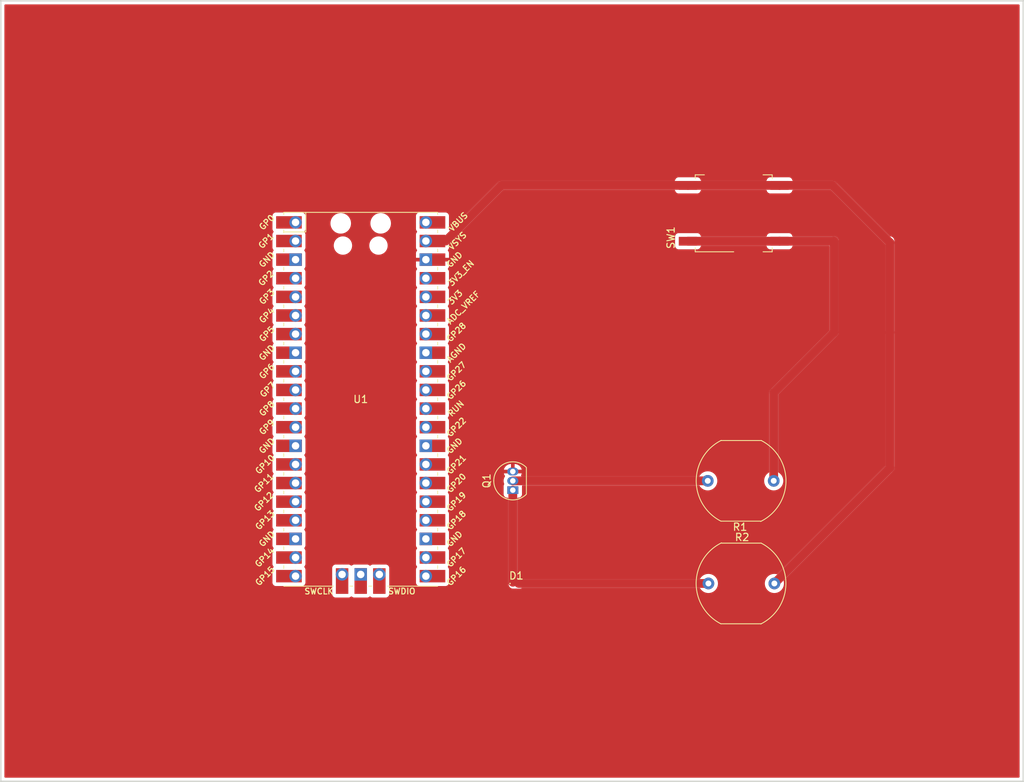
<source format=kicad_pcb>
(kicad_pcb (version 20240108) (generator "pcbnew") (generator_version "8.0")
  (layers (0 "F.Cu" signal) (31 "B.Cu" signal) (34 "B.Paste" user) (35 "F.Paste" user) (36 "B.SilkS" user "B.Silkscreen") (37 "F.SilkS" user "F.Silkscreen") (38 "B.Mask" user) (39 "F.Mask" user) (44 "Edge.Cuts" user))
  (net 0 "")
  (net 1 "Net-(D1-A)")
  (net 2 "GND")
  (net 3 "VCC")
  (net 44 "Net-(D1-K)")
  (net 45 "Net-(Q1-B)")
  (net 46 "Net-(R1-Pad1)")
  (footprint "Button_Switch_SMD:SW_MEC_5GSH9" (layer "F.Cu") (at 225.5 72.5 90)
    (property "Reference" "SW1" (at -3.325 -8.575 270) (layer "F.SilkS"))
    (property "Value" "~")
    (fp_line (start 5.25 -5.25) (end 5.25 -4) (stroke (width 0.12)) (layer "F.SilkS"))
    (fp_line (start 4.7 -5.25) (end 5.25 -5.25) (stroke (width 0.12)) (layer "F.SilkS"))
    (fp_line (start -4.7 -5.25) (end -5.25 -5.25) (stroke (width 0.12)) (layer "F.SilkS"))
    (fp_line (start -5.25 -5.25) (end -5.25 0) (stroke (width 0.12)) (layer "F.SilkS"))
    (fp_line (start 5.25 5.25) (end 5.25 4) (stroke (width 0.12)) (layer "F.SilkS"))
    (fp_line (start 4.7 5.25) (end 5.25 5.25) (stroke (width 0.12)) (layer "F.SilkS"))
    (fp_line (start -4.7 5.25) (end -5.25 5.25) (stroke (width 0.12)) (layer "F.SilkS"))
    (fp_line (start -5.25 5.25) (end -5.25 4) (stroke (width 0.12)) (layer "F.SilkS"))
    (pad "1" smd rect (at -3.81 -6.25 180) (size 2.5 1.2) (layers "F.Cu" "F.Paste" "F.Mask") (net 46 "Net-(R1-Pad1)"))
    (pad "2" smd rect (at -3.81 6.25 180) (size 2.5 1.2) (layers "F.Cu" "F.Paste" "F.Mask") (net 46 "Net-(R1-Pad1)"))
    (pad "3" smd rect (at 3.81 -6.25 180) (size 2.5 1.2) (layers "F.Cu" "F.Paste" "F.Mask") (net 3 "VCC"))
    (pad "4" smd rect (at 3.81 6.25 180) (size 2.5 1.2) (layers "F.Cu" "F.Paste" "F.Mask") (net 3 "VCC"))
  )
  (footprint "OptoDevice:R_LDR_12x10.8mm_P9.0mm_Vertical" (layer "F.Cu") (at 230.955 109 180)
    (property "Reference" "R1" (at 4.6 -6.3 180) (layer "F.SilkS"))
    (property "Value" "65")
    (fp_line (start 7.2 5.5) (end 1.7 5.5) (stroke (width 0.12)) (layer "F.SilkS"))
    (fp_line (start 1.8 -5.5) (end 7.2 -5.5) (stroke (width 0.12)) (layer "F.SilkS"))
    (fp_arc (start 7.2 -5.5) (mid 10.571669 0.022361) (end 7.160072 5.520145) (stroke (width 0.12)) (layer "F.SilkS"))
    (fp_arc (start 1.7 5.5) (mid -1.671546 -0.044886) (end 1.780295 -5.540145) (stroke (width 0.12)) (layer "F.SilkS"))
    (pad "1" thru_hole circle (at 0 0 180) (size 1.6 1.6) (drill 0.8) (layers "*.Cu" "*.Mask") (net 46 "Net-(R1-Pad1)"))
    (pad "2" thru_hole circle (at 9 0 180) (size 1.6 1.6) (drill 0.8) (layers "*.Cu" "*.Mask") (net 45 "Net-(Q1-B)"))
  )
  (footprint "OptoDevice:R_LDR_12x10.8mm_P9.0mm_Vertical" (layer "F.Cu") (at 222.045 123)
    (property "Reference" "R2" (at 4.6 -6.3 360) (layer "F.SilkS"))
    (property "Value" "65")
    (fp_line (start 1.8 -5.5) (end 7.2 -5.5) (stroke (width 0.12)) (layer "F.SilkS"))
    (fp_line (start 7.2 5.5) (end 1.7 5.5) (stroke (width 0.12)) (layer "F.SilkS"))
    (fp_arc (start 1.7 5.5) (mid -1.671546 -0.044886) (end 1.780295 -5.540145) (stroke (width 0.12)) (layer "F.SilkS"))
    (fp_arc (start 7.2 -5.5) (mid 10.571669 0.022361) (end 7.160072 5.520145) (stroke (width 0.12)) (layer "F.SilkS"))
    (pad "1" thru_hole circle (at 0 0) (size 1.6 1.6) (drill 0.8) (layers "*.Cu" "*.Mask") (net 1 "Net-(D1-A)"))
    (pad "2" thru_hole circle (at 9 0) (size 1.6 1.6) (drill 0.8) (layers "*.Cu" "*.Mask") (net 3 "VCC"))
  )
  (footprint "Package_TO_SOT_THT:TO-92_Inline" (layer "F.Cu") (at 195.36 110.27 90)
    (property "Reference" "Q1" (at 1.27 -3.56 270) (layer "F.SilkS"))
    (property "Value" "BC558")
    (fp_line (start -0.53 1.85) (end 3.07 1.85) (stroke (width 0.12)) (layer "F.SilkS"))
    (fp_arc (start 1.27 -2.6) (mid 3.672087 -0.994977) (end 3.108478 1.838478) (stroke (width 0.12)) (layer "F.SilkS"))
    (fp_arc (start -0.568478 1.838478) (mid -1.132087 -0.994977) (end 1.27 -2.6) (stroke (width 0.12)) (layer "F.SilkS"))
    (pad "1" thru_hole rect (at 0 0 90) (size 1.05 1.5) (drill 0.75) (layers "*.Cu" "*.Mask") (net 44 "Net-(D1-K)"))
    (pad "2" thru_hole oval (at 1.27 0 90) (size 1.05 1.5) (drill 0.75) (layers "*.Cu" "*.Mask") (net 45 "Net-(Q1-B)"))
    (pad "3" thru_hole oval (at 2.54 0 90) (size 1.05 1.5) (drill 0.75) (layers "*.Cu" "*.Mask") (net 2 "GND"))
  )
  (footprint "MCU_RaspberryPi_and_Boards:RPi_Pico_SMD_TH" (layer "F.Cu") (at 174.61 97.87)
    (property "Reference" "U1" (at 0 0 0) (layer "F.SilkS"))
    (property "Value" "Pico")
    (fp_line (start -10.5 -25.5) (end -10.5 -25.2) (stroke (width 0.12)) (layer "F.SilkS"))
    (fp_line (start -10.5 -25.5) (end 10.5 -25.5) (stroke (width 0.12)) (layer "F.SilkS"))
    (fp_line (start -10.5 -23.1) (end -10.5 -22.7) (stroke (width 0.12)) (layer "F.SilkS"))
    (fp_line (start -10.5 -22.833) (end -7.493 -22.833) (stroke (width 0.12)) (layer "F.SilkS"))
    (fp_line (start -10.5 -20.5) (end -10.5 -20.1) (stroke (width 0.12)) (layer "F.SilkS"))
    (fp_line (start -10.5 -18) (end -10.5 -17.6) (stroke (width 0.12)) (layer "F.SilkS"))
    (fp_line (start -10.5 -15.4) (end -10.5 -15) (stroke (width 0.12)) (layer "F.SilkS"))
    (fp_line (start -10.5 -12.9) (end -10.5 -12.5) (stroke (width 0.12)) (layer "F.SilkS"))
    (fp_line (start -10.5 -10.4) (end -10.5 -10) (stroke (width 0.12)) (layer "F.SilkS"))
    (fp_line (start -10.5 -7.8) (end -10.5 -7.4) (stroke (width 0.12)) (layer "F.SilkS"))
    (fp_line (start -10.5 -5.3) (end -10.5 -4.9) (stroke (width 0.12)) (layer "F.SilkS"))
    (fp_line (start -10.5 -2.7) (end -10.5 -2.3) (stroke (width 0.12)) (layer "F.SilkS"))
    (fp_line (start -10.5 -0.2) (end -10.5 0.2) (stroke (width 0.12)) (layer "F.SilkS"))
    (fp_line (start -10.5 2.3) (end -10.5 2.7) (stroke (width 0.12)) (layer "F.SilkS"))
    (fp_line (start -10.5 4.9) (end -10.5 5.3) (stroke (width 0.12)) (layer "F.SilkS"))
    (fp_line (start -10.5 7.4) (end -10.5 7.8) (stroke (width 0.12)) (layer "F.SilkS"))
    (fp_line (start -10.5 10) (end -10.5 10.4) (stroke (width 0.12)) (layer "F.SilkS"))
    (fp_line (start -10.5 12.5) (end -10.5 12.9) (stroke (width 0.12)) (layer "F.SilkS"))
    (fp_line (start -10.5 15.1) (end -10.5 15.5) (stroke (width 0.12)) (layer "F.SilkS"))
    (fp_line (start -10.5 17.6) (end -10.5 18) (stroke (width 0.12)) (layer "F.SilkS"))
    (fp_line (start -10.5 20.1) (end -10.5 20.5) (stroke (width 0.12)) (layer "F.SilkS"))
    (fp_line (start -10.5 22.7) (end -10.5 23.1) (stroke (width 0.12)) (layer "F.SilkS"))
    (fp_line (start -7.493 -22.833) (end -7.493 -25.5) (stroke (width 0.12)) (layer "F.SilkS"))
    (fp_line (start -3.7 25.5) (end -10.5 25.5) (stroke (width 0.12)) (layer "F.SilkS"))
    (fp_line (start -1.5 25.5) (end -1.1 25.5) (stroke (width 0.12)) (layer "F.SilkS"))
    (fp_line (start 1.1 25.5) (end 1.5 25.5) (stroke (width 0.12)) (layer "F.SilkS"))
    (fp_line (start 10.5 -25.5) (end 10.5 -25.2) (stroke (width 0.12)) (layer "F.SilkS"))
    (fp_line (start 10.5 -23.1) (end 10.5 -22.7) (stroke (width 0.12)) (layer "F.SilkS"))
    (fp_line (start 10.5 -20.5) (end 10.5 -20.1) (stroke (width 0.12)) (layer "F.SilkS"))
    (fp_line (start 10.5 -18) (end 10.5 -17.6) (stroke (width 0.12)) (layer "F.SilkS"))
    (fp_line (start 10.5 -15.4) (end 10.5 -15) (stroke (width 0.12)) (layer "F.SilkS"))
    (fp_line (start 10.5 -12.9) (end 10.5 -12.5) (stroke (width 0.12)) (layer "F.SilkS"))
    (fp_line (start 10.5 -10.4) (end 10.5 -10) (stroke (width 0.12)) (layer "F.SilkS"))
    (fp_line (start 10.5 -7.8) (end 10.5 -7.4) (stroke (width 0.12)) (layer "F.SilkS"))
    (fp_line (start 10.5 -5.3) (end 10.5 -4.9) (stroke (width 0.12)) (layer "F.SilkS"))
    (fp_line (start 10.5 -2.7) (end 10.5 -2.3) (stroke (width 0.12)) (layer "F.SilkS"))
    (fp_line (start 10.5 -0.2) (end 10.5 0.2) (stroke (width 0.12)) (layer "F.SilkS"))
    (fp_line (start 10.5 2.3) (end 10.5 2.7) (stroke (width 0.12)) (layer "F.SilkS"))
    (fp_line (start 10.5 4.9) (end 10.5 5.3) (stroke (width 0.12)) (layer "F.SilkS"))
    (fp_line (start 10.5 7.4) (end 10.5 7.8) (stroke (width 0.12)) (layer "F.SilkS"))
    (fp_line (start 10.5 10) (end 10.5 10.4) (stroke (width 0.12)) (layer "F.SilkS"))
    (fp_line (start 10.5 12.5) (end 10.5 12.9) (stroke (width 0.12)) (layer "F.SilkS"))
    (fp_line (start 10.5 15.1) (end 10.5 15.5) (stroke (width 0.12)) (layer "F.SilkS"))
    (fp_line (start 10.5 17.6) (end 10.5 18) (stroke (width 0.12)) (layer "F.SilkS"))
    (fp_line (start 10.5 20.1) (end 10.5 20.5) (stroke (width 0.12)) (layer "F.SilkS"))
    (fp_line (start 10.5 22.7) (end 10.5 23.1) (stroke (width 0.12)) (layer "F.SilkS"))
    (fp_line (start 10.5 25.5) (end 3.7 25.5) (stroke (width 0.12)) (layer "F.SilkS"))
    (fp_text user "GND" (at -12.8 6.35 45) (layer "F.SilkS") (effects (font (size 0.8 0.8))))
    (fp_text user "VSYS" (at 13.2 -21.59 45) (layer "F.SilkS") (effects (font (size 0.8 0.8))))
    (fp_text user "GP12" (at -13.2 13.97 45) (layer "F.SilkS") (effects (font (size 0.8 0.8))))
    (fp_text user "GND" (at -12.8 -19.05 45) (layer "F.SilkS") (effects (font (size 0.8 0.8))))
    (fp_text user "GP4" (at -12.8 -11.43 45) (layer "F.SilkS") (effects (font (size 0.8 0.8))))
    (fp_text user "3V3_EN" (at 13.7 -17.2 45) (layer "F.SilkS") (effects (font (size 0.8 0.8))))
    (fp_text user "RUN" (at 13 1.27 45) (layer "F.SilkS") (effects (font (size 0.8 0.8))))
    (fp_text user "GP5" (at -12.8 -8.89 45) (layer "F.SilkS") (effects (font (size 0.8 0.8))))
    (fp_text user "GP8" (at -12.8 1.27 45) (layer "F.SilkS") (effects (font (size 0.8 0.8))))
    (fp_text user "3V3" (at 12.9 -13.9 45) (layer "F.SilkS") (effects (font (size 0.8 0.8))))
    (fp_text user "GP28" (at 13.054 -9.144 45) (layer "F.SilkS") (effects (font (size 0.8 0.8))))
    (fp_text user "GP26" (at 13.054 -1.27 45) (layer "F.SilkS") (effects (font (size 0.8 0.8))))
    (fp_text user "GND" (at 12.8 -19.05 45) (layer "F.SilkS") (effects (font (size 0.8 0.8))))
    (fp_text user "GND" (at -12.8 -6.35 45) (layer "F.SilkS") (effects (font (size 0.8 0.8))))
    (fp_text user "GP11" (at -13.2 11.43 45) (layer "F.SilkS") (effects (font (size 0.8 0.8))))
    (fp_text user "GP18" (at 13.054 16.51 45) (layer "F.SilkS") (effects (font (size 0.8 0.8))))
    (fp_text user "VBUS" (at 13.3 -24.2 45) (layer "F.SilkS") (effects (font (size 0.8 0.8))))
    (fp_text user "GP15" (at -13.054 24.13 45) (layer "F.SilkS") (effects (font (size 0.8 0.8))))
    (fp_text user "GP14" (at -13.1 21.59 45) (layer "F.SilkS") (effects (font (size 0.8 0.8))))
    (fp_text user "SWDIO" (at 5.6 26.2 0) (layer "F.SilkS") (effects (font (size 0.8 0.8))))
    (fp_text user "GP27" (at 13.054 -3.8 45) (layer "F.SilkS") (effects (font (size 0.8 0.8))))
    (fp_text user "GND" (at 12.8 6.35 45) (layer "F.SilkS") (effects (font (size 0.8 0.8))))
    (fp_text user "SWCLK" (at -5.7 26.2 0) (layer "F.SilkS") (effects (font (size 0.8 0.8))))
    (fp_text user "GP13" (at -13.054 16.51 45) (layer "F.SilkS") (effects (font (size 0.8 0.8))))
    (fp_text user "ADC_VREF" (at 14 -12.5 45) (layer "F.SilkS") (effects (font (size 0.8 0.8))))
    (fp_text user "GP17" (at 13.054 21.59 45) (layer "F.SilkS") (effects (font (size 0.8 0.8))))
    (fp_text user "GP21" (at 13.054 8.9 45) (layer "F.SilkS") (effects (font (size 0.8 0.8))))
    (fp_text user "GP1" (at -12.9 -21.6 45) (layer "F.SilkS") (effects (font (size 0.8 0.8))))
    (fp_text user "GP16" (at 13.054 24.13 45) (layer "F.SilkS") (effects (font (size 0.8 0.8))))
    (fp_text user "GP3" (at -12.8 -13.97 45) (layer "F.SilkS") (effects (font (size 0.8 0.8))))
    (fp_text user "AGND" (at 13.054 -6.35 45) (layer "F.SilkS") (effects (font (size 0.8 0.8))))
    (fp_text user "GP20" (at 13.054 11.43 45) (layer "F.SilkS") (effects (font (size 0.8 0.8))))
    (fp_text user "GP0" (at -12.8 -24.13 45) (layer "F.SilkS") (effects (font (size 0.8 0.8))))
    (fp_text user "GP10" (at -13.054 8.89 45) (layer "F.SilkS") (effects (font (size 0.8 0.8))))
    (fp_text user "GP7" (at -12.7 -1.3 45) (layer "F.SilkS") (effects (font (size 0.8 0.8))))
    (fp_text user "GP6" (at -12.8 -3.81 45) (layer "F.SilkS") (effects (font (size 0.8 0.8))))
    (fp_text user "GP9" (at -12.8 3.81 45) (layer "F.SilkS") (effects (font (size 0.8 0.8))))
    (fp_text user "GP22" (at 13.054 3.81 45) (layer "F.SilkS") (effects (font (size 0.8 0.8))))
    (fp_text user "GND" (at 12.8 19.05 45) (layer "F.SilkS") (effects (font (size 0.8 0.8))))
    (fp_text user "GND" (at -12.8 19.05 45) (layer "F.SilkS") (effects (font (size 0.8 0.8))))
    (fp_text user "GP19" (at 13.054 13.97 45) (layer "F.SilkS") (effects (font (size 0.8 0.8))))
    (fp_text user "GP2" (at -12.9 -16.51 45) (layer "F.SilkS") (effects (font (size 0.8 0.8))))
    (pad "" np_thru_hole oval (at -2.725 -24) (size 1.8 1.8) (drill 1.8) (layers "*.Cu" "*.Mask"))
    (pad "" np_thru_hole oval (at -2.425 -20.97) (size 1.5 1.5) (drill 1.5) (layers "*.Cu" "*.Mask"))
    (pad "" np_thru_hole oval (at 2.425 -20.97) (size 1.5 1.5) (drill 1.5) (layers "*.Cu" "*.Mask"))
    (pad "" np_thru_hole oval (at 2.725 -24) (size 1.8 1.8) (drill 1.8) (layers "*.Cu" "*.Mask"))
    (pad "1" thru_hole oval (at -8.89 -24.13) (size 1.7 1.7) (drill 1.02) (layers "*.Cu" "*.Mask"))
    (pad "1" smd rect (at -8.89 -24.13) (size 3.5 1.7) (drill (offset -0.9 0)) (layers "F.Cu" "F.Mask"))
    (pad "2" thru_hole oval (at -8.89 -21.59) (size 1.7 1.7) (drill 1.02) (layers "*.Cu" "*.Mask"))
    (pad "2" smd rect (at -8.89 -21.59) (size 3.5 1.7) (drill (offset -0.9 0)) (layers "F.Cu" "F.Mask"))
    (pad "3" thru_hole rect (at -8.89 -19.05) (size 1.7 1.7) (drill 1.02) (layers "*.Cu" "*.Mask"))
    (pad "3" smd rect (at -8.89 -19.05) (size 3.5 1.7) (drill (offset -0.9 0)) (layers "F.Cu" "F.Mask"))
    (pad "4" thru_hole oval (at -8.89 -16.51) (size 1.7 1.7) (drill 1.02) (layers "*.Cu" "*.Mask"))
    (pad "4" smd rect (at -8.89 -16.51) (size 3.5 1.7) (drill (offset -0.9 0)) (layers "F.Cu" "F.Mask"))
    (pad "5" thru_hole oval (at -8.89 -13.97) (size 1.7 1.7) (drill 1.02) (layers "*.Cu" "*.Mask"))
    (pad "5" smd rect (at -8.89 -13.97) (size 3.5 1.7) (drill (offset -0.9 0)) (layers "F.Cu" "F.Mask"))
    (pad "6" thru_hole oval (at -8.89 -11.43) (size 1.7 1.7) (drill 1.02) (layers "*.Cu" "*.Mask"))
    (pad "6" smd rect (at -8.89 -11.43) (size 3.5 1.7) (drill (offset -0.9 0)) (layers "F.Cu" "F.Mask"))
    (pad "7" thru_hole oval (at -8.89 -8.89) (size 1.7 1.7) (drill 1.02) (layers "*.Cu" "*.Mask"))
    (pad "7" smd rect (at -8.89 -8.89) (size 3.5 1.7) (drill (offset -0.9 0)) (layers "F.Cu" "F.Mask"))
    (pad "8" thru_hole rect (at -8.89 -6.35) (size 1.7 1.7) (drill 1.02) (layers "*.Cu" "*.Mask"))
    (pad "8" smd rect (at -8.89 -6.35) (size 3.5 1.7) (drill (offset -0.9 0)) (layers "F.Cu" "F.Mask"))
    (pad "9" thru_hole oval (at -8.89 -3.81) (size 1.7 1.7) (drill 1.02) (layers "*.Cu" "*.Mask"))
    (pad "9" smd rect (at -8.89 -3.81) (size 3.5 1.7) (drill (offset -0.9 0)) (layers "F.Cu" "F.Mask"))
    (pad "10" thru_hole oval (at -8.89 -1.27) (size 1.7 1.7) (drill 1.02) (layers "*.Cu" "*.Mask"))
    (pad "10" smd rect (at -8.89 -1.27) (size 3.5 1.7) (drill (offset -0.9 0)) (layers "F.Cu" "F.Mask"))
    (pad "11" thru_hole oval (at -8.89 1.27) (size 1.7 1.7) (drill 1.02) (layers "*.Cu" "*.Mask"))
    (pad "11" smd rect (at -8.89 1.27) (size 3.5 1.7) (drill (offset -0.9 0)) (layers "F.Cu" "F.Mask"))
    (pad "12" thru_hole oval (at -8.89 3.81) (size 1.7 1.7) (drill 1.02) (layers "*.Cu" "*.Mask"))
    (pad "12" smd rect (at -8.89 3.81) (size 3.5 1.7) (drill (offset -0.9 0)) (layers "F.Cu" "F.Mask"))
    (pad "13" thru_hole rect (at -8.89 6.35) (size 1.7 1.7) (drill 1.02) (layers "*.Cu" "*.Mask"))
    (pad "13" smd rect (at -8.89 6.35) (size 3.5 1.7) (drill (offset -0.9 0)) (layers "F.Cu" "F.Mask"))
    (pad "14" thru_hole oval (at -8.89 8.89) (size 1.7 1.7) (drill 1.02) (layers "*.Cu" "*.Mask"))
    (pad "14" smd rect (at -8.89 8.89) (size 3.5 1.7) (drill (offset -0.9 0)) (layers "F.Cu" "F.Mask"))
    (pad "15" thru_hole oval (at -8.89 11.43) (size 1.7 1.7) (drill 1.02) (layers "*.Cu" "*.Mask"))
    (pad "15" smd rect (at -8.89 11.43) (size 3.5 1.7) (drill (offset -0.9 0)) (layers "F.Cu" "F.Mask"))
    (pad "16" thru_hole oval (at -8.89 13.97) (size 1.7 1.7) (drill 1.02) (layers "*.Cu" "*.Mask"))
    (pad "16" smd rect (at -8.89 13.97) (size 3.5 1.7) (drill (offset -0.9 0)) (layers "F.Cu" "F.Mask"))
    (pad "17" thru_hole oval (at -8.89 16.51) (size 1.7 1.7) (drill 1.02) (layers "*.Cu" "*.Mask"))
    (pad "17" smd rect (at -8.89 16.51) (size 3.5 1.7) (drill (offset -0.9 0)) (layers "F.Cu" "F.Mask"))
    (pad "18" thru_hole rect (at -8.89 19.05) (size 1.7 1.7) (drill 1.02) (layers "*.Cu" "*.Mask"))
    (pad "18" smd rect (at -8.89 19.05) (size 3.5 1.7) (drill (offset -0.9 0)) (layers "F.Cu" "F.Mask"))
    (pad "19" thru_hole oval (at -8.89 21.59) (size 1.7 1.7) (drill 1.02) (layers "*.Cu" "*.Mask"))
    (pad "19" smd rect (at -8.89 21.59) (size 3.5 1.7) (drill (offset -0.9 0)) (layers "F.Cu" "F.Mask"))
    (pad "20" thru_hole oval (at -8.89 24.13) (size 1.7 1.7) (drill 1.02) (layers "*.Cu" "*.Mask"))
    (pad "20" smd rect (at -8.89 24.13) (size 3.5 1.7) (drill (offset -0.9 0)) (layers "F.Cu" "F.Mask"))
    (pad "21" thru_hole oval (at 8.89 24.13) (size 1.7 1.7) (drill 1.02) (layers "*.Cu" "*.Mask"))
    (pad "21" smd rect (at 8.89 24.13) (size 3.5 1.7) (drill (offset 0.9 0)) (layers "F.Cu" "F.Mask"))
    (pad "22" thru_hole oval (at 8.89 21.59) (size 1.7 1.7) (drill 1.02) (layers "*.Cu" "*.Mask"))
    (pad "22" smd rect (at 8.89 21.59) (size 3.5 1.7) (drill (offset 0.9 0)) (layers "F.Cu" "F.Mask"))
    (pad "23" thru_hole rect (at 8.89 19.05) (size 1.7 1.7) (drill 1.02) (layers "*.Cu" "*.Mask"))
    (pad "23" smd rect (at 8.89 19.05) (size 3.5 1.7) (drill (offset 0.9 0)) (layers "F.Cu" "F.Mask"))
    (pad "24" thru_hole oval (at 8.89 16.51) (size 1.7 1.7) (drill 1.02) (layers "*.Cu" "*.Mask"))
    (pad "24" smd rect (at 8.89 16.51) (size 3.5 1.7) (drill (offset 0.9 0)) (layers "F.Cu" "F.Mask"))
    (pad "25" thru_hole oval (at 8.89 13.97) (size 1.7 1.7) (drill 1.02) (layers "*.Cu" "*.Mask"))
    (pad "25" smd rect (at 8.89 13.97) (size 3.5 1.7) (drill (offset 0.9 0)) (layers "F.Cu" "F.Mask"))
    (pad "26" thru_hole oval (at 8.89 11.43) (size 1.7 1.7) (drill 1.02) (layers "*.Cu" "*.Mask"))
    (pad "26" smd rect (at 8.89 11.43) (size 3.5 1.7) (drill (offset 0.9 0)) (layers "F.Cu" "F.Mask"))
    (pad "27" thru_hole oval (at 8.89 8.89) (size 1.7 1.7) (drill 1.02) (layers "*.Cu" "*.Mask"))
    (pad "27" smd rect (at 8.89 8.89) (size 3.5 1.7) (drill (offset 0.9 0)) (layers "F.Cu" "F.Mask"))
    (pad "28" thru_hole rect (at 8.89 6.35) (size 1.7 1.7) (drill 1.02) (layers "*.Cu" "*.Mask"))
    (pad "28" smd rect (at 8.89 6.35) (size 3.5 1.7) (drill (offset 0.9 0)) (layers "F.Cu" "F.Mask"))
    (pad "29" thru_hole oval (at 8.89 3.81) (size 1.7 1.7) (drill 1.02) (layers "*.Cu" "*.Mask"))
    (pad "29" smd rect (at 8.89 3.81) (size 3.5 1.7) (drill (offset 0.9 0)) (layers "F.Cu" "F.Mask"))
    (pad "30" thru_hole oval (at 8.89 1.27) (size 1.7 1.7) (drill 1.02) (layers "*.Cu" "*.Mask"))
    (pad "30" smd rect (at 8.89 1.27) (size 3.5 1.7) (drill (offset 0.9 0)) (layers "F.Cu" "F.Mask"))
    (pad "31" thru_hole oval (at 8.89 -1.27) (size 1.7 1.7) (drill 1.02) (layers "*.Cu" "*.Mask"))
    (pad "31" smd rect (at 8.89 -1.27) (size 3.5 1.7) (drill (offset 0.9 0)) (layers "F.Cu" "F.Mask"))
    (pad "32" thru_hole oval (at 8.89 -3.81) (size 1.7 1.7) (drill 1.02) (layers "*.Cu" "*.Mask"))
    (pad "32" smd rect (at 8.89 -3.81) (size 3.5 1.7) (drill (offset 0.9 0)) (layers "F.Cu" "F.Mask"))
    (pad "33" thru_hole rect (at 8.89 -6.35) (size 1.7 1.7) (drill 1.02) (layers "*.Cu" "*.Mask"))
    (pad "33" smd rect (at 8.89 -6.35) (size 3.5 1.7) (drill (offset 0.9 0)) (layers "F.Cu" "F.Mask"))
    (pad "34" thru_hole oval (at 8.89 -8.89) (size 1.7 1.7) (drill 1.02) (layers "*.Cu" "*.Mask"))
    (pad "34" smd rect (at 8.89 -8.89) (size 3.5 1.7) (drill (offset 0.9 0)) (layers "F.Cu" "F.Mask"))
    (pad "35" thru_hole oval (at 8.89 -11.43) (size 1.7 1.7) (drill 1.02) (layers "*.Cu" "*.Mask"))
    (pad "35" smd rect (at 8.89 -11.43) (size 3.5 1.7) (drill (offset 0.9 0)) (layers "F.Cu" "F.Mask"))
    (pad "36" thru_hole oval (at 8.89 -13.97) (size 1.7 1.7) (drill 1.02) (layers "*.Cu" "*.Mask"))
    (pad "36" smd rect (at 8.89 -13.97) (size 3.5 1.7) (drill (offset 0.9 0)) (layers "F.Cu" "F.Mask"))
    (pad "37" thru_hole oval (at 8.89 -16.51) (size 1.7 1.7) (drill 1.02) (layers "*.Cu" "*.Mask"))
    (pad "37" smd rect (at 8.89 -16.51) (size 3.5 1.7) (drill (offset 0.9 0)) (layers "F.Cu" "F.Mask"))
    (pad "38" thru_hole rect (at 8.89 -19.05) (size 1.7 1.7) (drill 1.02) (layers "*.Cu" "*.Mask") (net 2 "GND"))
    (pad "38" smd rect (at 8.89 -19.05) (size 3.5 1.7) (drill (offset 0.9 0)) (layers "F.Cu" "F.Mask") (net 2 "GND"))
    (pad "39" thru_hole oval (at 8.89 -21.59) (size 1.7 1.7) (drill 1.02) (layers "*.Cu" "*.Mask") (net 3 "VCC"))
    (pad "39" smd rect (at 8.89 -21.59) (size 3.5 1.7) (drill (offset 0.9 0)) (layers "F.Cu" "F.Mask") (net 3 "VCC"))
    (pad "40" thru_hole oval (at 8.89 -24.13) (size 1.7 1.7) (drill 1.02) (layers "*.Cu" "*.Mask"))
    (pad "40" smd rect (at 8.89 -24.13) (size 3.5 1.7) (drill (offset 0.9 0)) (layers "F.Cu" "F.Mask"))
    (pad "41" thru_hole oval (at -2.54 23.9) (size 1.7 1.7) (drill 1.02) (layers "*.Cu" "*.Mask"))
    (pad "41" smd rect (at -2.54 23.9 90) (size 3.5 1.7) (drill (offset -0.9 0)) (layers "F.Cu" "F.Mask"))
    (pad "42" thru_hole rect (at 0 23.9) (size 1.7 1.7) (drill 1.02) (layers "*.Cu" "*.Mask"))
    (pad "42" smd rect (at 0 23.9 90) (size 3.5 1.7) (drill (offset -0.9 0)) (layers "F.Cu" "F.Mask"))
    (pad "43" thru_hole oval (at 2.54 23.9) (size 1.7 1.7) (drill 1.02) (layers "*.Cu" "*.Mask"))
    (pad "43" smd rect (at 2.54 23.9 90) (size 3.5 1.7) (drill (offset -0.9 0)) (layers "F.Cu" "F.Mask"))
  )
  (footprint "LED_SMD:LED_0201_0603Metric" (layer "F.Cu") (at 195.845 123)
    (property "Reference" "D1" (at 0 -1.05 0) (layer "F.SilkS"))
    (property "Value" "LED")
    (fp_circle (center -0.86 0) (end -0.81 0) (stroke (width 0.1)) (fill none) (layer "F.SilkS"))
    (pad "1" smd roundrect (at -0.32 0) (size 0.46 0.4) (layers "F.Cu" "F.Mask") (net 44 "Net-(D1-K)"))
    (pad "2" smd roundrect (at 0.32 0) (size 0.46 0.4) (layers "F.Cu" "F.Mask") (net 1 "Net-(D1-A)"))
  )
  (gr_rect (start 125.5 43.5) (end 265 150) (stroke (width 0.2)) (fill none) (layer "Edge.Cuts"))
  (segment (start 196.165 123) (end 222.045 123) (width 1.2) (layer "F.Cu") (net 1))
  (segment (start 246.81 107.235) (end 246.81 88.75) (width 1.2) (layer "F.Cu") (net 3))
  (segment (start 246.81 76.5) (end 246.81 76.25) (width 0.2) (layer "F.Cu") (net 3))
  (segment (start 246.81 76.5) (end 239 68.69) (width 1.2) (layer "F.Cu") (net 3))
  (segment (start 239 68.69) (end 231.75 68.69) (width 1.2) (layer "F.Cu") (net 3))
  (segment (start 231.75 68.69) (end 219.25 68.69) (width 1.2) (layer "F.Cu") (net 3))
  (segment (start 183.5 76.28) (end 186.22 76.28) (width 0.2) (layer "F.Cu") (net 3))
  (segment (start 246.81 88.75) (end 246.81 76.5) (width 1.2) (layer "F.Cu") (net 3))
  (segment (start 231.045 123) (end 246.81 107.235) (width 1.2) (layer "F.Cu") (net 3))
  (segment (start 193.81 68.69) (end 219.25 68.69) (width 1.2) (layer "F.Cu") (net 3))
  (segment (start 186.22 76.28) (end 193.81 68.69) (width 1.2) (layer "F.Cu") (net 3))
  (segment (start 195.36 122.835) (end 195.525 123) (width 0.2) (layer "F.Cu") (net 44))
  (segment (start 195.36 110.27) (end 195.36 122.835) (width 1.2) (layer "F.Cu") (net 44))
  (segment (start 195.36 109) (end 221.955 109) (width 1.2) (layer "F.Cu") (net 45))
  (segment (start 230.955 109) (end 230.955 96.985) (width 1.2) (layer "F.Cu") (net 46))
  (segment (start 239.19 88.75) (end 239.19 76.25) (width 1.2) (layer "F.Cu") (net 46))
  (segment (start 231.75 76.31) (end 219.25 76.31) (width 1.2) (layer "F.Cu") (net 46))
  (segment (start 230.955 96.985) (end 239.19 88.75) (width 1.2) (layer "F.Cu") (net 46))
  (segment (start 239.19 76.25) (end 239.13 76.31) (width 0.2) (layer "F.Cu") (net 46))
  (segment (start 239.13 76.31) (end 231.75 76.31) (width 1.2) (layer "F.Cu") (net 46))
  (zone (net 2) (net_name "GND") (layer "F.Cu") (connect_pads (clearance 0.5)) (min_thickness 0.25) (fill yes (thermal_gap 0.5) (thermal_bridge_width 0.5))
    (polygon (pts (xy 265 43.5) (xy 265 150) (xy 125.5 150) (xy 125.5 43.5)))
  )
)
</source>
